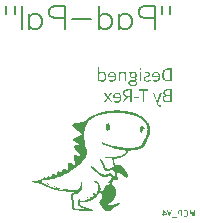
<source format=gbo>
G04 Layer: BottomSilkscreenLayer*
G04 EasyEDA v6.5.9, 2022-07-20 11:51:06*
G04 f1700a5533a94dbab9b25466b2df9886,20d39a695127413eb41274384cfbb926,10*
G04 Gerber Generator version 0.2*
G04 Scale: 100 percent, Rotated: No, Reflected: No *
G04 Dimensions in millimeters *
G04 leading zeros omitted , absolute positions ,4 integer and 5 decimal *
%FSLAX45Y45*%
%MOMM*%

%ADD10C,0.2032*%

%LPD*%
G36*
X1727962Y8060131D02*
G01*
X1714042Y8059877D01*
X1700174Y8059267D01*
X1679448Y8057743D01*
X1665782Y8056270D01*
X1652219Y8054492D01*
X1638807Y8052409D01*
X1625650Y8050022D01*
X1612696Y8047380D01*
X1600047Y8044383D01*
X1587703Y8041131D01*
X1575714Y8037626D01*
X1564081Y8033867D01*
X1552905Y8029803D01*
X1542135Y8025536D01*
X1531924Y8021015D01*
X1522171Y8016290D01*
X1513027Y8011312D01*
X1504442Y8006130D01*
X1496517Y8000746D01*
X1489252Y7995158D01*
X1482699Y7989417D01*
X1470761Y7977581D01*
X1467002Y7974177D01*
X1463395Y7971383D01*
X1459738Y7969046D01*
X1455775Y7967167D01*
X1451406Y7965541D01*
X1446276Y7964170D01*
X1440332Y7962900D01*
X1424787Y7960410D01*
X1405686Y7957667D01*
X1389583Y7954975D01*
X1376527Y7952079D01*
X1371092Y7950555D01*
X1366418Y7948879D01*
X1362405Y7947152D01*
X1359154Y7945323D01*
X1356664Y7943291D01*
X1354836Y7941157D01*
X1353718Y7938820D01*
X1353312Y7936331D01*
X1353616Y7933588D01*
X1354632Y7930692D01*
X1356309Y7927543D01*
X1358696Y7924139D01*
X1361744Y7920481D01*
X1365453Y7916519D01*
X1374902Y7907731D01*
X1386992Y7897622D01*
X1401927Y7885785D01*
X1415999Y7874152D01*
X1426616Y7864652D01*
X1430274Y7861046D01*
X1432560Y7858455D01*
X1433372Y7856981D01*
X1432661Y7855864D01*
X1430528Y7854238D01*
X1422857Y7849920D01*
X1411427Y7844637D01*
X1381861Y7832496D01*
X1375613Y7829550D01*
X1370431Y7826756D01*
X1366266Y7824012D01*
X1363116Y7821422D01*
X1361033Y7818780D01*
X1359916Y7816189D01*
X1359865Y7813548D01*
X1360779Y7810855D01*
X1362659Y7808010D01*
X1365554Y7805064D01*
X1369415Y7801965D01*
X1374241Y7798663D01*
X1380083Y7795056D01*
X1394561Y7786979D01*
X1405940Y7780172D01*
X1409598Y7777581D01*
X1412036Y7775397D01*
X1413154Y7773619D01*
X1413002Y7772146D01*
X1411579Y7770977D01*
X1408938Y7769961D01*
X1405077Y7769098D01*
X1387652Y7766710D01*
X1382369Y7765694D01*
X1377950Y7764373D01*
X1374394Y7762798D01*
X1371701Y7760919D01*
X1369872Y7758633D01*
X1368907Y7755940D01*
X1368856Y7752791D01*
X1369720Y7749184D01*
X1371447Y7745018D01*
X1374089Y7740243D01*
X1377594Y7734858D01*
X1382064Y7728813D01*
X1393647Y7714640D01*
X1408684Y7697419D01*
X1420164Y7683652D01*
X1423822Y7678724D01*
X1426108Y7675016D01*
X1426972Y7672374D01*
X1426514Y7670850D01*
X1424686Y7670241D01*
X1421485Y7670596D01*
X1416964Y7671765D01*
X1411122Y7673644D01*
X1397152Y7678674D01*
X1391107Y7680553D01*
X1385722Y7681925D01*
X1380947Y7682687D01*
X1376832Y7682941D01*
X1373327Y7682585D01*
X1370380Y7681620D01*
X1368044Y7680096D01*
X1366266Y7677912D01*
X1365046Y7675067D01*
X1364335Y7671562D01*
X1364132Y7667396D01*
X1364437Y7662570D01*
X1365250Y7657033D01*
X1366469Y7650734D01*
X1373479Y7621524D01*
X1374495Y7616088D01*
X1375054Y7611567D01*
X1375206Y7607960D01*
X1374851Y7605166D01*
X1373936Y7603185D01*
X1372514Y7601966D01*
X1370533Y7601458D01*
X1367942Y7601661D01*
X1364742Y7602474D01*
X1356309Y7605928D01*
X1339138Y7614361D01*
X1334109Y7616494D01*
X1329842Y7617815D01*
X1326337Y7618323D01*
X1323543Y7617866D01*
X1321409Y7616494D01*
X1319834Y7614107D01*
X1318869Y7610652D01*
X1318412Y7606080D01*
X1318361Y7600340D01*
X1320139Y7577734D01*
X1320342Y7571282D01*
X1320139Y7565948D01*
X1319530Y7561630D01*
X1318463Y7558328D01*
X1316888Y7556042D01*
X1314805Y7554772D01*
X1312265Y7554468D01*
X1309166Y7555077D01*
X1305509Y7556652D01*
X1301292Y7559141D01*
X1296517Y7562545D01*
X1287932Y7567371D01*
X1279804Y7569250D01*
X1273606Y7568133D01*
X1271016Y7563866D01*
X1270050Y7555230D01*
X1268323Y7545781D01*
X1266393Y7537805D01*
X1264716Y7533690D01*
X1262888Y7533589D01*
X1259230Y7534656D01*
X1254252Y7536637D01*
X1242466Y7542275D01*
X1237488Y7544003D01*
X1233474Y7544460D01*
X1230274Y7543647D01*
X1227683Y7541412D01*
X1225651Y7537703D01*
X1223924Y7532471D01*
X1220470Y7516571D01*
X1218133Y7512608D01*
X1213916Y7512862D01*
X1199896Y7519670D01*
X1194714Y7521702D01*
X1190548Y7522667D01*
X1187196Y7522514D01*
X1184452Y7521092D01*
X1182116Y7518450D01*
X1180033Y7514539D01*
X1174953Y7501381D01*
X1172159Y7498029D01*
X1168146Y7498740D01*
X1155242Y7506512D01*
X1151128Y7507884D01*
X1148181Y7507122D01*
X1145794Y7504226D01*
X1138783Y7492949D01*
X1134262Y7487716D01*
X1130452Y7487412D01*
X1121511Y7493558D01*
X1117650Y7493965D01*
X1113282Y7491730D01*
X1105408Y7485075D01*
X1099312Y7481671D01*
X1090777Y7478115D01*
X1080058Y7474407D01*
X1067511Y7470749D01*
X1053287Y7467092D01*
X1043935Y7464958D01*
X1085494Y7464958D01*
X1086510Y7465923D01*
X1090168Y7466787D01*
X1106525Y7468514D01*
X1125372Y7470140D01*
X1136802Y7471409D01*
X1148334Y7473137D01*
X1159916Y7475220D01*
X1171600Y7477658D01*
X1183335Y7480401D01*
X1195070Y7483551D01*
X1206855Y7487005D01*
X1218641Y7490815D01*
X1230376Y7494930D01*
X1242110Y7499350D01*
X1265326Y7509052D01*
X1276858Y7514336D01*
X1293926Y7522718D01*
X1316177Y7534808D01*
X1327099Y7541209D01*
X1337818Y7547813D01*
X1348333Y7554620D01*
X1358646Y7561630D01*
X1373632Y7572552D01*
X1383334Y7580020D01*
X1392732Y7587691D01*
X1406296Y7599476D01*
X1414932Y7607503D01*
X1423212Y7615631D01*
X1431188Y7623911D01*
X1438757Y7632344D01*
X1445971Y7640828D01*
X1452727Y7649413D01*
X1459077Y7658100D01*
X1465021Y7666888D01*
X1468932Y7673340D01*
X1472336Y7679893D01*
X1475232Y7686344D01*
X1477568Y7692745D01*
X1479346Y7698994D01*
X1480566Y7704988D01*
X1481226Y7710728D01*
X1481328Y7716113D01*
X1480820Y7721142D01*
X1479702Y7725714D01*
X1477975Y7729778D01*
X1474012Y7735620D01*
X1470710Y7742478D01*
X1467510Y7751876D01*
X1464411Y7763256D01*
X1461516Y7776108D01*
X1458976Y7790027D01*
X1456842Y7804454D01*
X1455216Y7818932D01*
X1454150Y7832953D01*
X1453794Y7846009D01*
X1454200Y7858810D01*
X1455064Y7871815D01*
X1456334Y7884159D01*
X1458010Y7895844D01*
X1460195Y7906918D01*
X1462836Y7917434D01*
X1465935Y7927340D01*
X1469593Y7936687D01*
X1473758Y7945526D01*
X1478483Y7953857D01*
X1483817Y7961680D01*
X1489710Y7969046D01*
X1496212Y7976006D01*
X1503375Y7982508D01*
X1511198Y7988604D01*
X1519682Y7994345D01*
X1528826Y7999679D01*
X1538732Y8004759D01*
X1549400Y8009432D01*
X1560779Y8013903D01*
X1572971Y8018068D01*
X1585976Y8021980D01*
X1599742Y8025638D01*
X1614424Y8029143D01*
X1628089Y8032038D01*
X1640382Y8034223D01*
X1652930Y8036052D01*
X1665732Y8037575D01*
X1678686Y8038744D01*
X1698396Y8039862D01*
X1725015Y8040217D01*
X1738375Y8039912D01*
X1751736Y8039303D01*
X1765046Y8038388D01*
X1778254Y8037220D01*
X1791360Y8035696D01*
X1804263Y8033918D01*
X1817014Y8031886D01*
X1829460Y8029549D01*
X1841703Y8026908D01*
X1853590Y8024063D01*
X1865172Y8020964D01*
X1876348Y8017560D01*
X1887067Y8013953D01*
X1897380Y8010093D01*
X1907184Y8005978D01*
X1916430Y8001660D01*
X1925116Y7997088D01*
X1933193Y7992313D01*
X1940661Y7987334D01*
X1947418Y7982102D01*
X1956816Y7973771D01*
X1965096Y7965186D01*
X1972157Y7956346D01*
X1975256Y7951825D01*
X1980590Y7942529D01*
X1982825Y7937804D01*
X1984756Y7932928D01*
X1986381Y7928000D01*
X1987753Y7922971D01*
X1988820Y7917840D01*
X1989582Y7912608D01*
X1990089Y7907223D01*
X1990293Y7901787D01*
X1989836Y7890509D01*
X1989175Y7884668D01*
X1986991Y7872577D01*
X1983638Y7859979D01*
X1979168Y7846771D01*
X1973529Y7832953D01*
X1970328Y7825790D01*
X1962962Y7810957D01*
X1954479Y7795209D01*
X1946808Y7781950D01*
X1943354Y7776565D01*
X1940001Y7771892D01*
X1936597Y7767929D01*
X1933092Y7764525D01*
X1929333Y7761630D01*
X1925167Y7759141D01*
X1920544Y7757007D01*
X1915363Y7755128D01*
X1909470Y7753502D01*
X1902714Y7751927D01*
X1886356Y7748879D01*
X1871878Y7746542D01*
X1862023Y7745425D01*
X1851456Y7744714D01*
X1840280Y7744358D01*
X1828495Y7744307D01*
X1816201Y7744663D01*
X1803501Y7745323D01*
X1790547Y7746288D01*
X1777288Y7747558D01*
X1750466Y7750962D01*
X1737004Y7753045D01*
X1723694Y7755381D01*
X1697583Y7760766D01*
X1672894Y7767015D01*
X1661261Y7770418D01*
X1650238Y7773974D01*
X1639874Y7777683D01*
X1630273Y7781594D01*
X1617472Y7787640D01*
X1610309Y7790738D01*
X1604822Y7791653D01*
X1601266Y7790484D01*
X1600047Y7787182D01*
X1600352Y7785811D01*
X1601317Y7784287D01*
X1602841Y7782610D01*
X1607616Y7778953D01*
X1614373Y7774889D01*
X1622907Y7770520D01*
X1633016Y7765948D01*
X1644396Y7761224D01*
X1656892Y7756448D01*
X1670151Y7751673D01*
X1684070Y7747050D01*
X1698345Y7742631D01*
X1726946Y7734706D01*
X1740865Y7731404D01*
X1754174Y7728610D01*
X1766620Y7726476D01*
X1798675Y7722108D01*
X1803958Y7721041D01*
X1807718Y7719822D01*
X1810004Y7718450D01*
X1810969Y7716774D01*
X1810715Y7714742D01*
X1809292Y7712202D01*
X1806854Y7709103D01*
X1799234Y7700822D01*
X1792630Y7694320D01*
X1785772Y7688681D01*
X1778355Y7683804D01*
X1770329Y7679690D01*
X1766011Y7677912D01*
X1756613Y7674864D01*
X1746148Y7672476D01*
X1734413Y7670647D01*
X1721205Y7669428D01*
X1706422Y7668768D01*
X1689760Y7668514D01*
X1636166Y7669580D01*
X1623161Y7669530D01*
X1613204Y7669225D01*
X1606194Y7668666D01*
X1602232Y7667904D01*
X1601419Y7667447D01*
X1601317Y7666939D01*
X1602028Y7666380D01*
X1605737Y7665212D01*
X1612595Y7663942D01*
X1622602Y7662570D01*
X1635810Y7661148D01*
X1666290Y7658353D01*
X1672082Y7657490D01*
X1677162Y7656474D01*
X1681581Y7655255D01*
X1685340Y7653680D01*
X1688490Y7651750D01*
X1691182Y7649413D01*
X1693418Y7646568D01*
X1695196Y7643215D01*
X1696669Y7639253D01*
X1697837Y7634630D01*
X1698802Y7629296D01*
X1700225Y7616190D01*
X1702765Y7579817D01*
X1668322Y7569860D01*
X1661566Y7568133D01*
X1655825Y7567117D01*
X1650898Y7566863D01*
X1646682Y7567574D01*
X1642872Y7569301D01*
X1639366Y7572248D01*
X1635912Y7576464D01*
X1632407Y7582103D01*
X1628546Y7589266D01*
X1611223Y7624876D01*
X1604314Y7637068D01*
X1601317Y7641590D01*
X1598625Y7645044D01*
X1596339Y7647381D01*
X1594408Y7648651D01*
X1592834Y7648752D01*
X1591716Y7647686D01*
X1591005Y7645400D01*
X1590802Y7641945D01*
X1591106Y7639913D01*
X1593545Y7632293D01*
X1598015Y7620660D01*
X1604162Y7605979D01*
X1611630Y7589012D01*
X1624482Y7561427D01*
X1627428Y7556804D01*
X1631289Y7553045D01*
X1635963Y7550200D01*
X1641297Y7548321D01*
X1647189Y7547406D01*
X1653489Y7547508D01*
X1660093Y7548676D01*
X1666849Y7550912D01*
X1672437Y7553045D01*
X1677670Y7554620D01*
X1682496Y7555585D01*
X1686915Y7555941D01*
X1690979Y7555687D01*
X1694738Y7554823D01*
X1698193Y7553299D01*
X1701292Y7551115D01*
X1704187Y7548219D01*
X1706778Y7544612D01*
X1709166Y7540294D01*
X1711350Y7535214D01*
X1713331Y7529372D01*
X1715160Y7522768D01*
X1716836Y7515352D01*
X1721561Y7488631D01*
X1704797Y7504531D01*
X1698091Y7511338D01*
X1692249Y7518146D01*
X1687830Y7524089D01*
X1683918Y7531353D01*
X1681175Y7533131D01*
X1677466Y7533843D01*
X1672691Y7533436D01*
X1666900Y7531912D01*
X1660143Y7529322D01*
X1652473Y7525664D01*
X1641195Y7519517D01*
X1638452Y7518450D01*
X1635607Y7517638D01*
X1632712Y7517130D01*
X1629664Y7516977D01*
X1626463Y7517079D01*
X1623161Y7517536D01*
X1619656Y7518349D01*
X1615998Y7519466D01*
X1612138Y7520940D01*
X1603857Y7525003D01*
X1599387Y7527544D01*
X1589684Y7533843D01*
X1578965Y7541717D01*
X1567027Y7551166D01*
X1553819Y7562342D01*
X1531366Y7582357D01*
X1522780Y7588859D01*
X1515059Y7592314D01*
X1509572Y7592314D01*
X1507439Y7588656D01*
X1508201Y7587081D01*
X1513789Y7580375D01*
X1523746Y7569860D01*
X1536954Y7556804D01*
X1551787Y7542936D01*
X1558950Y7536535D01*
X1572717Y7525156D01*
X1585569Y7515606D01*
X1597507Y7507884D01*
X1603095Y7504734D01*
X1608429Y7502042D01*
X1613560Y7499858D01*
X1618386Y7498130D01*
X1622958Y7496860D01*
X1627276Y7496098D01*
X1631340Y7495794D01*
X1635048Y7495997D01*
X1638554Y7496657D01*
X1641703Y7497825D01*
X1644599Y7499502D01*
X1656130Y7509256D01*
X1664309Y7513726D01*
X1671269Y7514793D01*
X1676552Y7512303D01*
X1679092Y7509306D01*
X1681988Y7505192D01*
X1687779Y7495641D01*
X1691436Y7488123D01*
X1691690Y7486548D01*
X1687728Y7488783D01*
X1685086Y7488631D01*
X1682648Y7487107D01*
X1680616Y7484465D01*
X1679092Y7480909D01*
X1678279Y7476744D01*
X1678330Y7472324D01*
X1679346Y7467803D01*
X1681480Y7461402D01*
X1681886Y7459065D01*
X1680108Y7460488D01*
X1671777Y7470597D01*
X1669897Y7472172D01*
X1669999Y7470140D01*
X1671624Y7464298D01*
X1672539Y7460081D01*
X1672539Y7456779D01*
X1671574Y7454646D01*
X1669796Y7453884D01*
X1667865Y7454341D01*
X1666290Y7455611D01*
X1665224Y7457440D01*
X1664817Y7459675D01*
X1664258Y7460894D01*
X1662785Y7459878D01*
X1660550Y7456931D01*
X1657908Y7452207D01*
X1653235Y7442962D01*
X1651406Y7437932D01*
X1652270Y7435799D01*
X1655622Y7435392D01*
X1657299Y7435799D01*
X1658518Y7436916D01*
X1659178Y7438593D01*
X1659077Y7442758D01*
X1659940Y7444892D01*
X1661566Y7446670D01*
X1663700Y7447940D01*
X1668627Y7447483D01*
X1669288Y7442657D01*
X1666341Y7436205D01*
X1660245Y7430770D01*
X1656638Y7429042D01*
X1653692Y7428026D01*
X1651711Y7427823D01*
X1650238Y7429093D01*
X1648256Y7428839D01*
X1645310Y7427823D01*
X1641703Y7426147D01*
X1638147Y7423556D01*
X1635353Y7420305D01*
X1633524Y7416698D01*
X1632966Y7413244D01*
X1633321Y7409129D01*
X1633778Y7407757D01*
X1634489Y7409180D01*
X1635658Y7413396D01*
X1637030Y7416546D01*
X1639265Y7419136D01*
X1642059Y7420864D01*
X1645056Y7421473D01*
X1648561Y7421168D01*
X1649526Y7419797D01*
X1648002Y7416901D01*
X1643786Y7411974D01*
X1639214Y7407859D01*
X1634388Y7405319D01*
X1629206Y7404353D01*
X1623415Y7404862D01*
X1619300Y7405573D01*
X1616811Y7405776D01*
X1616100Y7405522D01*
X1619453Y7403338D01*
X1620621Y7401458D01*
X1620926Y7399375D01*
X1619351Y7395464D01*
X1619453Y7394600D01*
X1620520Y7394600D01*
X1624533Y7396683D01*
X1626260Y7397191D01*
X1627378Y7397089D01*
X1627835Y7396378D01*
X1626311Y7394752D01*
X1622348Y7392009D01*
X1616608Y7388555D01*
X1602994Y7381240D01*
X1596593Y7378141D01*
X1591513Y7376007D01*
X1588414Y7375194D01*
X1587703Y7375804D01*
X1587703Y7377379D01*
X1588465Y7379766D01*
X1591665Y7386878D01*
X1592681Y7391704D01*
X1593037Y7397089D01*
X1592732Y7402830D01*
X1591818Y7408824D01*
X1590344Y7415022D01*
X1588363Y7421270D01*
X1585925Y7427468D01*
X1583080Y7433513D01*
X1579829Y7439253D01*
X1576273Y7444638D01*
X1572463Y7449566D01*
X1568399Y7453884D01*
X1564182Y7457490D01*
X1559864Y7460284D01*
X1555394Y7462164D01*
X1548333Y7463993D01*
X1543050Y7464602D01*
X1539595Y7464196D01*
X1538020Y7462824D01*
X1538376Y7460640D01*
X1540662Y7457694D01*
X1544929Y7454087D01*
X1555953Y7446873D01*
X1560068Y7443419D01*
X1563624Y7439659D01*
X1566621Y7435494D01*
X1569008Y7430973D01*
X1570888Y7426096D01*
X1572158Y7420813D01*
X1572920Y7415123D01*
X1573072Y7409078D01*
X1572717Y7402575D01*
X1571752Y7395616D01*
X1570278Y7388301D01*
X1569059Y7383424D01*
X1567586Y7378852D01*
X1565859Y7374432D01*
X1563725Y7370114D01*
X1561236Y7365746D01*
X1558239Y7361275D01*
X1554683Y7356652D01*
X1550517Y7351725D01*
X1540103Y7340650D01*
X1526489Y7327392D01*
X1523136Y7324547D01*
X1519123Y7321702D01*
X1514551Y7318959D01*
X1509471Y7316266D01*
X1498193Y7311186D01*
X1485849Y7306614D01*
X1472996Y7302652D01*
X1460246Y7299502D01*
X1448104Y7297166D01*
X1437284Y7295896D01*
X1428242Y7295743D01*
X1424584Y7296150D01*
X1421587Y7296861D01*
X1419352Y7297978D01*
X1417929Y7299401D01*
X1417370Y7301230D01*
X1417828Y7303414D01*
X1417726Y7308850D01*
X1413510Y7310374D01*
X1407769Y7308088D01*
X1403096Y7302296D01*
X1401013Y7296708D01*
X1399641Y7291171D01*
X1398930Y7285685D01*
X1398879Y7280300D01*
X1399438Y7274966D01*
X1400657Y7269835D01*
X1402435Y7264806D01*
X1404823Y7260031D01*
X1407718Y7255459D01*
X1411224Y7251192D01*
X1415237Y7247178D01*
X1419758Y7243470D01*
X1424787Y7240117D01*
X1430274Y7237171D01*
X1436217Y7234631D01*
X1446987Y7231176D01*
X1449476Y7230109D01*
X1449984Y7229246D01*
X1448308Y7228636D01*
X1444294Y7228179D01*
X1428445Y7227620D01*
X1407515Y7227366D01*
X1393291Y7227468D01*
X1387652Y7227773D01*
X1382877Y7228331D01*
X1378864Y7229246D01*
X1375613Y7230567D01*
X1372971Y7232396D01*
X1370939Y7234732D01*
X1369364Y7237780D01*
X1368145Y7241438D01*
X1367282Y7245908D01*
X1366621Y7251242D01*
X1364945Y7280351D01*
X1363624Y7295337D01*
X1361948Y7309205D01*
X1360119Y7320280D01*
X1357731Y7330897D01*
X1357376Y7336434D01*
X1358290Y7340955D01*
X1360627Y7344613D01*
X1364538Y7347610D01*
X1370076Y7349998D01*
X1377391Y7352030D01*
X1386687Y7353757D01*
X1391615Y7354925D01*
X1396695Y7356906D01*
X1401826Y7359497D01*
X1406956Y7362748D01*
X1411935Y7366457D01*
X1416710Y7370622D01*
X1421180Y7375093D01*
X1425244Y7379868D01*
X1428851Y7384846D01*
X1431899Y7389875D01*
X1434287Y7394905D01*
X1435912Y7399883D01*
X1436979Y7405217D01*
X1437640Y7411008D01*
X1437995Y7417104D01*
X1437640Y7429601D01*
X1437030Y7435545D01*
X1436166Y7441082D01*
X1435100Y7446060D01*
X1433779Y7450226D01*
X1432255Y7453426D01*
X1430578Y7455509D01*
X1428750Y7456220D01*
X1425854Y7455560D01*
X1423974Y7453579D01*
X1423060Y7450429D01*
X1423212Y7446060D01*
X1423822Y7439761D01*
X1423822Y7433716D01*
X1423314Y7427874D01*
X1422247Y7422286D01*
X1420723Y7416952D01*
X1418691Y7411923D01*
X1416151Y7407249D01*
X1413205Y7402931D01*
X1409801Y7398918D01*
X1405991Y7395362D01*
X1401775Y7392212D01*
X1397203Y7389520D01*
X1392275Y7387336D01*
X1386992Y7385608D01*
X1381404Y7384389D01*
X1375460Y7383729D01*
X1361033Y7383119D01*
X1345387Y7382967D01*
X1329537Y7383221D01*
X1314551Y7383780D01*
X1301343Y7384643D01*
X1290929Y7385761D01*
X1284325Y7387031D01*
X1282750Y7387742D01*
X1282496Y7388453D01*
X1284782Y7389926D01*
X1289050Y7390892D01*
X1294790Y7391349D01*
X1307642Y7390942D01*
X1312824Y7391349D01*
X1316329Y7392263D01*
X1317650Y7393635D01*
X1316228Y7395209D01*
X1312316Y7396784D01*
X1306525Y7398156D01*
X1299514Y7399121D01*
X1292606Y7399528D01*
X1287272Y7399426D01*
X1283970Y7398816D01*
X1283258Y7397750D01*
X1283462Y7396327D01*
X1282496Y7394752D01*
X1280566Y7393228D01*
X1277874Y7391908D01*
X1273251Y7390536D01*
X1267917Y7389622D01*
X1262227Y7389215D01*
X1256588Y7389215D01*
X1251356Y7389672D01*
X1246835Y7390536D01*
X1243380Y7391806D01*
X1241399Y7393431D01*
X1241501Y7395057D01*
X1243838Y7396124D01*
X1248054Y7396581D01*
X1261516Y7395972D01*
X1261414Y7396276D01*
X1254658Y7398105D01*
X1251915Y7399629D01*
X1250492Y7401458D01*
X1250797Y7406589D01*
X1246936Y7407503D01*
X1241196Y7406131D01*
X1234338Y7401610D01*
X1232306Y7401001D01*
X1229715Y7400645D01*
X1226616Y7400645D01*
X1218895Y7401559D01*
X1209395Y7403592D01*
X1198219Y7406690D01*
X1185672Y7410856D01*
X1171905Y7415987D01*
X1157173Y7421981D01*
X1141628Y7428839D01*
X1125524Y7436408D01*
X1105255Y7446619D01*
X1098448Y7450328D01*
X1093774Y7453172D01*
X1091184Y7455204D01*
X1090625Y7456424D01*
X1092047Y7456830D01*
X1095400Y7456525D01*
X1111605Y7453985D01*
X1090218Y7462164D01*
X1086815Y7463739D01*
X1085494Y7464958D01*
X1043935Y7464958D01*
X1024344Y7460996D01*
X1060500Y7460996D01*
X1061161Y7461758D01*
X1063599Y7462266D01*
X1067612Y7462418D01*
X1071676Y7462266D01*
X1074115Y7461758D01*
X1074775Y7460996D01*
X1073404Y7460081D01*
X1070711Y7459370D01*
X1067612Y7459116D01*
X1064564Y7459370D01*
X1061872Y7460081D01*
X1060500Y7460996D01*
X1024344Y7460996D01*
X1012444Y7458862D01*
X1010767Y7458252D01*
X1011072Y7457338D01*
X1013206Y7456220D01*
X1017168Y7454849D01*
X1022858Y7453223D01*
X1039063Y7449515D01*
X1054608Y7446365D01*
X1066546Y7443216D01*
X1080109Y7438948D01*
X1094587Y7433919D01*
X1109218Y7428280D01*
X1123442Y7422286D01*
X1148791Y7410856D01*
X1172464Y7401153D01*
X1183995Y7396886D01*
X1195324Y7393025D01*
X1206601Y7389520D01*
X1217828Y7386370D01*
X1229055Y7383576D01*
X1240383Y7381087D01*
X1251813Y7378903D01*
X1263497Y7377023D01*
X1287627Y7374077D01*
X1313230Y7372146D01*
X1347876Y7370267D01*
X1359865Y7369251D01*
X1366875Y7368235D01*
X1368653Y7367676D01*
X1369364Y7367066D01*
X1368958Y7366457D01*
X1367586Y7365796D01*
X1360271Y7363510D01*
X1356004Y7361681D01*
X1352346Y7359548D01*
X1349298Y7357008D01*
X1346860Y7354062D01*
X1344980Y7350658D01*
X1343660Y7346797D01*
X1342948Y7342428D01*
X1342694Y7337501D01*
X1342999Y7332014D01*
X1343812Y7325918D01*
X1346098Y7313828D01*
X1347876Y7300772D01*
X1349197Y7285939D01*
X1349959Y7271105D01*
X1350060Y7245299D01*
X1350467Y7237984D01*
X1351534Y7231888D01*
X1352397Y7229297D01*
X1353566Y7226960D01*
X1354988Y7224877D01*
X1356766Y7223048D01*
X1358950Y7221423D01*
X1361490Y7219950D01*
X1367993Y7217613D01*
X1372006Y7216648D01*
X1381709Y7215124D01*
X1393850Y7213955D01*
X1426768Y7212279D01*
X1492961Y7209942D01*
X1507642Y7209942D01*
X1517446Y7210501D01*
X1520799Y7210958D01*
X1523187Y7211669D01*
X1524812Y7212482D01*
X1525676Y7213498D01*
X1525981Y7214666D01*
X1525270Y7217562D01*
X1523136Y7220356D01*
X1519428Y7223201D01*
X1514094Y7226046D01*
X1507032Y7228992D01*
X1498092Y7232091D01*
X1487170Y7235342D01*
X1457147Y7243622D01*
X1449882Y7246010D01*
X1443431Y7248398D01*
X1437792Y7250785D01*
X1432864Y7253224D01*
X1428648Y7255713D01*
X1425092Y7258253D01*
X1422196Y7260945D01*
X1419860Y7263739D01*
X1418082Y7266736D01*
X1416812Y7269835D01*
X1415440Y7274407D01*
X1414830Y7277811D01*
X1415440Y7280300D01*
X1417726Y7281976D01*
X1422095Y7283094D01*
X1428953Y7283754D01*
X1458417Y7284821D01*
X1471269Y7286244D01*
X1477619Y7287361D01*
X1483868Y7288733D01*
X1490014Y7290358D01*
X1496110Y7292238D01*
X1502054Y7294372D01*
X1513586Y7299350D01*
X1524660Y7305294D01*
X1529943Y7308596D01*
X1540103Y7315911D01*
X1544878Y7319873D01*
X1553972Y7328458D01*
X1562252Y7337856D01*
X1573784Y7351877D01*
X1578356Y7357008D01*
X1582267Y7360818D01*
X1585569Y7363459D01*
X1588465Y7364984D01*
X1591005Y7365339D01*
X1593342Y7364628D01*
X1595577Y7362799D01*
X1597761Y7360056D01*
X1600098Y7356246D01*
X1602638Y7351572D01*
X1605381Y7345273D01*
X1607058Y7339228D01*
X1607667Y7333284D01*
X1607058Y7327341D01*
X1605381Y7321346D01*
X1602486Y7315200D01*
X1598371Y7308748D01*
X1588058Y7295388D01*
X1584553Y7289393D01*
X1582674Y7283856D01*
X1582369Y7278420D01*
X1583690Y7273036D01*
X1586687Y7267448D01*
X1591360Y7261453D01*
X1601216Y7251293D01*
X1608886Y7242962D01*
X1616659Y7233869D01*
X1623568Y7225080D01*
X1630070Y7216241D01*
X1633677Y7212228D01*
X1637334Y7209129D01*
X1641093Y7206945D01*
X1645056Y7205624D01*
X1649323Y7205268D01*
X1653895Y7205725D01*
X1658924Y7207148D01*
X1664462Y7209434D01*
X1670557Y7212685D01*
X1677365Y7216749D01*
X1699818Y7231837D01*
X1734566Y7254290D01*
X1744167Y7261148D01*
X1747774Y7264095D01*
X1750517Y7266686D01*
X1752498Y7268972D01*
X1753717Y7270902D01*
X1754174Y7272528D01*
X1753819Y7273747D01*
X1752701Y7274661D01*
X1750872Y7275220D01*
X1748282Y7275372D01*
X1744980Y7275220D01*
X1736191Y7273747D01*
X1724609Y7270750D01*
X1710283Y7266228D01*
X1695297Y7261098D01*
X1688795Y7259370D01*
X1682699Y7258151D01*
X1677009Y7257389D01*
X1671878Y7257034D01*
X1667306Y7257135D01*
X1663395Y7257592D01*
X1660194Y7258456D01*
X1657807Y7259624D01*
X1656283Y7261148D01*
X1655724Y7262926D01*
X1656080Y7265009D01*
X1657553Y7267295D01*
X1660143Y7269835D01*
X1663954Y7272528D01*
X1673910Y7278166D01*
X1678584Y7281164D01*
X1683054Y7284466D01*
X1687322Y7288022D01*
X1691335Y7291781D01*
X1695145Y7295794D01*
X1698752Y7300010D01*
X1705254Y7309002D01*
X1708150Y7313726D01*
X1713230Y7323531D01*
X1717293Y7333742D01*
X1718970Y7338974D01*
X1721459Y7349540D01*
X1722323Y7354874D01*
X1723186Y7365441D01*
X1723237Y7370673D01*
X1722424Y7380986D01*
X1721561Y7386015D01*
X1720392Y7390892D01*
X1718970Y7395667D01*
X1717192Y7400290D01*
X1715109Y7404760D01*
X1712722Y7409078D01*
X1710029Y7413142D01*
X1706981Y7417053D01*
X1698345Y7426248D01*
X1694180Y7431328D01*
X1691132Y7435900D01*
X1689100Y7439964D01*
X1688185Y7443520D01*
X1688388Y7446619D01*
X1689658Y7449159D01*
X1692046Y7451242D01*
X1693824Y7453325D01*
X1695704Y7457135D01*
X1697482Y7462164D01*
X1700733Y7475829D01*
X1703120Y7479284D01*
X1707438Y7478775D01*
X1715211Y7475016D01*
X1721916Y7472121D01*
X1727403Y7471054D01*
X1731721Y7471714D01*
X1734820Y7474203D01*
X1736750Y7478471D01*
X1737461Y7484516D01*
X1737004Y7492390D01*
X1734210Y7508392D01*
X1733651Y7514081D01*
X1733702Y7519009D01*
X1734312Y7523175D01*
X1735429Y7526629D01*
X1737055Y7529322D01*
X1739188Y7531303D01*
X1741779Y7532471D01*
X1744776Y7532928D01*
X1748231Y7532573D01*
X1752092Y7531455D01*
X1756308Y7529575D01*
X1760880Y7526883D01*
X1765807Y7523378D01*
X1771040Y7519111D01*
X1781200Y7509713D01*
X1789684Y7502601D01*
X1793595Y7499756D01*
X1800707Y7495489D01*
X1803958Y7494016D01*
X1806905Y7493000D01*
X1809648Y7492339D01*
X1812137Y7492085D01*
X1814372Y7492238D01*
X1816404Y7492746D01*
X1818182Y7493609D01*
X1819656Y7494778D01*
X1820925Y7496302D01*
X1821942Y7498130D01*
X1822704Y7500264D01*
X1823212Y7502702D01*
X1823415Y7508341D01*
X1822551Y7514945D01*
X1820672Y7522413D01*
X1817674Y7530693D01*
X1813610Y7539532D01*
X1808429Y7548930D01*
X1802079Y7558786D01*
X1794611Y7568895D01*
X1785975Y7579207D01*
X1781505Y7584033D01*
X1777288Y7588097D01*
X1773123Y7591501D01*
X1769008Y7594295D01*
X1764842Y7596378D01*
X1760474Y7597902D01*
X1755902Y7598867D01*
X1750974Y7599273D01*
X1745640Y7599121D01*
X1739747Y7598460D01*
X1726184Y7595717D01*
X1711147Y7592059D01*
X1711147Y7610652D01*
X1710791Y7618730D01*
X1709877Y7627061D01*
X1708556Y7634681D01*
X1704949Y7646924D01*
X1706676Y7650683D01*
X1713941Y7652867D01*
X1736140Y7655864D01*
X1743557Y7657185D01*
X1750618Y7658811D01*
X1757476Y7660690D01*
X1764080Y7662875D01*
X1770380Y7665364D01*
X1776475Y7668107D01*
X1782318Y7671155D01*
X1787906Y7674508D01*
X1793239Y7678166D01*
X1798421Y7682128D01*
X1803349Y7686395D01*
X1808073Y7691018D01*
X1812594Y7695895D01*
X1816912Y7701127D01*
X1824380Y7711186D01*
X1827530Y7714640D01*
X1830984Y7717332D01*
X1835099Y7719364D01*
X1840382Y7720888D01*
X1847189Y7722057D01*
X1880920Y7725409D01*
X1893366Y7727086D01*
X1904695Y7729169D01*
X1914956Y7731759D01*
X1919782Y7733233D01*
X1924354Y7734909D01*
X1932939Y7738821D01*
X1936953Y7741056D01*
X1940864Y7743545D01*
X1948180Y7749133D01*
X1951685Y7752283D01*
X1958339Y7759446D01*
X1964740Y7767726D01*
X1970938Y7777225D01*
X1977085Y7788046D01*
X1983232Y7800289D01*
X1989582Y7814106D01*
X1996186Y7829499D01*
X2001570Y7842859D01*
X2004974Y7852714D01*
X2007666Y7862468D01*
X2009698Y7872069D01*
X2011121Y7881467D01*
X2011832Y7890764D01*
X2011883Y7899857D01*
X2011324Y7908747D01*
X2010105Y7917484D01*
X2008225Y7926019D01*
X2005736Y7934401D01*
X2002637Y7942529D01*
X1998929Y7950453D01*
X1994611Y7958175D01*
X1989683Y7965643D01*
X1984197Y7972907D01*
X1978101Y7979918D01*
X1971395Y7986725D01*
X1964131Y7993227D01*
X1956307Y7999475D01*
X1947925Y8005521D01*
X1938985Y8011261D01*
X1929485Y8016697D01*
X1919427Y8021878D01*
X1908860Y8026755D01*
X1897786Y8031378D01*
X1886153Y8035645D01*
X1874012Y8039658D01*
X1861362Y8043316D01*
X1848205Y8046669D01*
X1834540Y8049666D01*
X1820367Y8052358D01*
X1805736Y8054695D01*
X1790649Y8056676D01*
X1776120Y8058200D01*
X1762506Y8059216D01*
X1748739Y8059877D01*
G37*
G36*
X1657908Y7953197D02*
G01*
X1653235Y7952638D01*
X1646021Y7949133D01*
X1643227Y7946694D01*
X1640890Y7942935D01*
X1639062Y7938058D01*
X1637690Y7932369D01*
X1636776Y7926171D01*
X1636369Y7919720D01*
X1636471Y7913319D01*
X1637080Y7907223D01*
X1638198Y7901736D01*
X1639824Y7897164D01*
X1642008Y7893761D01*
X1644700Y7891780D01*
X1649120Y7890560D01*
X1653286Y7890306D01*
X1657197Y7890967D01*
X1660804Y7892440D01*
X1664106Y7894675D01*
X1666951Y7897520D01*
X1669440Y7900924D01*
X1671421Y7904835D01*
X1672945Y7909153D01*
X1673961Y7913776D01*
X1674368Y7918653D01*
X1674215Y7923682D01*
X1673402Y7928762D01*
X1671980Y7933842D01*
X1669796Y7938820D01*
X1666900Y7943596D01*
X1661871Y7950352D01*
G37*
G36*
X1944268Y7926781D02*
G01*
X1939899Y7926120D01*
X1935886Y7924444D01*
X1932330Y7921802D01*
X1929384Y7918246D01*
X1927148Y7913878D01*
X1925777Y7908747D01*
X1925370Y7902956D01*
X1926031Y7896555D01*
X1927555Y7890103D01*
X1929434Y7884617D01*
X1931568Y7880096D01*
X1933854Y7876692D01*
X1936242Y7874304D01*
X1938578Y7873034D01*
X1940864Y7872882D01*
X1942896Y7873847D01*
X1944674Y7876031D01*
X1946046Y7879435D01*
X1946960Y7884058D01*
X1947621Y7896910D01*
X1949196Y7900466D01*
X1952701Y7901381D01*
X1963420Y7899501D01*
X1966874Y7899704D01*
X1969160Y7900873D01*
X1970278Y7902854D01*
X1970227Y7905597D01*
X1968957Y7909052D01*
X1966468Y7913065D01*
X1962759Y7917637D01*
X1958238Y7921853D01*
X1953564Y7924698D01*
X1948840Y7926324D01*
G37*
G36*
X1139952Y7444638D02*
G01*
X1138834Y7444130D01*
X1139291Y7442657D01*
X1141171Y7440472D01*
X1144320Y7437831D01*
X1148130Y7435189D01*
X1151991Y7433056D01*
X1155395Y7431582D01*
X1157935Y7431074D01*
X1159002Y7431582D01*
X1158544Y7433056D01*
X1156665Y7435189D01*
X1153566Y7437831D01*
X1149705Y7440472D01*
X1145844Y7442657D01*
X1142441Y7444130D01*
G37*
G36*
X1188008Y7426147D02*
G01*
X1186230Y7425740D01*
X1184757Y7424775D01*
X1183741Y7423302D01*
X1183386Y7421473D01*
X1183741Y7419695D01*
X1184757Y7418222D01*
X1186230Y7417206D01*
X1188008Y7416850D01*
X1189786Y7417206D01*
X1191260Y7418222D01*
X1192276Y7419695D01*
X1192631Y7421473D01*
X1192276Y7423302D01*
X1191260Y7424775D01*
X1189786Y7425740D01*
G37*
G36*
X1204620Y7416495D02*
G01*
X1201369Y7416444D01*
X1199134Y7415936D01*
X1198118Y7415123D01*
X1198524Y7414056D01*
X1200099Y7413193D01*
X1202283Y7412786D01*
X1204823Y7412990D01*
X1207414Y7413701D01*
X1209294Y7414717D01*
X1209395Y7415580D01*
X1207820Y7416190D01*
G37*
G36*
X1216914Y7411923D02*
G01*
X1216456Y7410856D01*
X1218082Y7407605D01*
X1219657Y7405827D01*
X1221740Y7404353D01*
X1224127Y7403388D01*
X1226464Y7403033D01*
X1228242Y7403388D01*
X1228547Y7404353D01*
X1227480Y7405776D01*
X1225042Y7407605D01*
X1219708Y7410856D01*
G37*
G36*
X1334211Y7398003D02*
G01*
X1331010Y7397902D01*
X1328775Y7397394D01*
X1327759Y7396632D01*
X1328166Y7395565D01*
X1329690Y7394651D01*
X1331925Y7394295D01*
X1334465Y7394448D01*
X1337005Y7395159D01*
X1338884Y7396225D01*
X1339037Y7397038D01*
X1337462Y7397648D01*
G37*
G36*
X1556766Y7387285D02*
G01*
X1555496Y7385710D01*
X1553768Y7382154D01*
X1550670Y7373772D01*
X1549654Y7368387D01*
X1550670Y7367016D01*
X1553768Y7370572D01*
X1555445Y7373823D01*
X1556816Y7377531D01*
X1557731Y7381240D01*
X1557985Y7384440D01*
X1557629Y7386878D01*
G37*
G36*
X1534718Y7365949D02*
G01*
X1532940Y7365441D01*
X1531823Y7364069D01*
X1531518Y7361986D01*
X1532077Y7359497D01*
X1532331Y7356246D01*
X1531162Y7352080D01*
X1528775Y7347610D01*
X1525473Y7343292D01*
X1521612Y7338872D01*
X1519631Y7335824D01*
X1519275Y7334148D01*
X1520393Y7333843D01*
X1522882Y7334808D01*
X1526438Y7337044D01*
X1531061Y7340549D01*
X1536446Y7345273D01*
X1544218Y7353096D01*
X1548536Y7358583D01*
X1548790Y7360818D01*
X1542694Y7358278D01*
X1541221Y7358430D01*
X1540205Y7359345D01*
X1539443Y7362952D01*
X1538376Y7364475D01*
X1536700Y7365542D01*
G37*
G36*
X1510995Y7331100D02*
G01*
X1506677Y7330541D01*
X1504391Y7328052D01*
X1505204Y7324140D01*
X1506778Y7322769D01*
X1509115Y7322058D01*
X1511960Y7322058D01*
X1514957Y7322820D01*
X1518158Y7324293D01*
X1519377Y7325766D01*
X1518716Y7327341D01*
X1516176Y7329220D01*
G37*
G36*
X1484833Y7328916D02*
G01*
X1482852Y7328560D01*
X1480718Y7327544D01*
X1478838Y7326071D01*
X1477365Y7324293D01*
X1476603Y7322464D01*
X1476705Y7320991D01*
X1477568Y7320025D01*
X1479143Y7319670D01*
X1481175Y7320025D01*
X1483258Y7320991D01*
X1485138Y7322464D01*
X1486611Y7324293D01*
X1487373Y7326071D01*
X1487271Y7327544D01*
X1486408Y7328560D01*
G37*
G36*
X1570228Y8427212D02*
G01*
X1570228Y8326120D01*
X1582674Y8326120D01*
X1582674Y8370570D01*
X1588058Y8374786D01*
X1593291Y8377631D01*
X1598472Y8379206D01*
X1603756Y8379714D01*
X1608836Y8379104D01*
X1613560Y8377326D01*
X1617776Y8374430D01*
X1621434Y8370570D01*
X1624431Y8365794D01*
X1626717Y8360206D01*
X1628139Y8353907D01*
X1628648Y8346948D01*
X1628241Y8339734D01*
X1627073Y8333282D01*
X1625142Y8327745D01*
X1622450Y8323072D01*
X1619097Y8319363D01*
X1615033Y8316671D01*
X1610360Y8314994D01*
X1605026Y8314436D01*
X1599133Y8315147D01*
X1593545Y8317331D01*
X1588109Y8320989D01*
X1582674Y8326120D01*
X1570228Y8326120D01*
X1570228Y8305800D01*
X1580642Y8305800D01*
X1581658Y8315706D01*
X1582166Y8315706D01*
X1587398Y8311032D01*
X1593443Y8307273D01*
X1600200Y8304682D01*
X1607566Y8303768D01*
X1612544Y8304072D01*
X1617218Y8305038D01*
X1621586Y8306612D01*
X1625549Y8308797D01*
X1629105Y8311591D01*
X1632305Y8314994D01*
X1635048Y8318906D01*
X1637334Y8323427D01*
X1639163Y8328507D01*
X1640484Y8334146D01*
X1641348Y8340293D01*
X1641602Y8346948D01*
X1641246Y8353348D01*
X1640230Y8359343D01*
X1638655Y8364829D01*
X1636471Y8369858D01*
X1633829Y8374430D01*
X1630730Y8378444D01*
X1627276Y8381898D01*
X1623415Y8384794D01*
X1619300Y8387080D01*
X1614982Y8388756D01*
X1610461Y8389772D01*
X1605788Y8390128D01*
X1598930Y8389467D01*
X1593037Y8387588D01*
X1587550Y8384540D01*
X1582166Y8380475D01*
X1582674Y8394700D01*
X1582674Y8427212D01*
G37*
G36*
X1930654Y8422894D02*
G01*
X1927301Y8422284D01*
X1924659Y8420608D01*
X1922881Y8417966D01*
X1922272Y8414512D01*
X1922881Y8410905D01*
X1924659Y8408212D01*
X1927301Y8406485D01*
X1930654Y8405876D01*
X1934311Y8406485D01*
X1937105Y8408212D01*
X1938883Y8410905D01*
X1939543Y8414512D01*
X1938883Y8417966D01*
X1937105Y8420608D01*
X1934311Y8422284D01*
G37*
G36*
X2166874Y8417306D02*
G01*
X2160625Y8417052D01*
X2154783Y8416340D01*
X2149348Y8415223D01*
X2144268Y8413597D01*
X2139594Y8411514D01*
X2135327Y8409025D01*
X2131466Y8406130D01*
X2127961Y8402777D01*
X2124913Y8399018D01*
X2122220Y8394852D01*
X2119985Y8390331D01*
X2118106Y8385352D01*
X2116683Y8380069D01*
X2115616Y8374380D01*
X2115007Y8368334D01*
X2114804Y8361934D01*
X2127758Y8361934D01*
X2128012Y8368842D01*
X2128824Y8375243D01*
X2130196Y8381085D01*
X2132126Y8386368D01*
X2134616Y8391042D01*
X2137613Y8395157D01*
X2141220Y8398713D01*
X2145385Y8401608D01*
X2150160Y8403894D01*
X2155494Y8405571D01*
X2161387Y8406536D01*
X2167890Y8406892D01*
X2181606Y8406892D01*
X2181606Y8316214D01*
X2167890Y8316214D01*
X2161387Y8316569D01*
X2155494Y8317636D01*
X2150160Y8319363D01*
X2145385Y8321751D01*
X2141220Y8324748D01*
X2137613Y8328406D01*
X2134616Y8332622D01*
X2132126Y8337448D01*
X2130196Y8342782D01*
X2128824Y8348675D01*
X2128012Y8355075D01*
X2127758Y8361934D01*
X2114804Y8361934D01*
X2115007Y8355533D01*
X2115616Y8349437D01*
X2116683Y8343747D01*
X2118106Y8338362D01*
X2119934Y8333384D01*
X2122220Y8328761D01*
X2124862Y8324545D01*
X2127910Y8320735D01*
X2131364Y8317331D01*
X2135225Y8314334D01*
X2139442Y8311743D01*
X2144064Y8309660D01*
X2149043Y8307984D01*
X2154428Y8306765D01*
X2160219Y8306053D01*
X2166366Y8305800D01*
X2194306Y8305800D01*
X2194306Y8417306D01*
G37*
G36*
X2060956Y8390128D02*
G01*
X2053640Y8389467D01*
X2047189Y8387435D01*
X2041652Y8384235D01*
X2036978Y8379815D01*
X2033320Y8374278D01*
X2030628Y8367725D01*
X2029002Y8360206D01*
X2028544Y8353298D01*
X2039366Y8353298D01*
X2039721Y8359495D01*
X2040788Y8364880D01*
X2042566Y8369503D01*
X2045004Y8373313D01*
X2048052Y8376310D01*
X2051710Y8378494D01*
X2055926Y8379764D01*
X2060702Y8380222D01*
X2065223Y8379764D01*
X2069490Y8378393D01*
X2073452Y8376208D01*
X2077008Y8373160D01*
X2080107Y8369300D01*
X2082546Y8364677D01*
X2084324Y8359343D01*
X2085339Y8353298D01*
X2028544Y8353298D01*
X2028494Y8349691D01*
X2028952Y8344153D01*
X2085339Y8344153D01*
X2084578Y8337600D01*
X2082952Y8331657D01*
X2080412Y8326475D01*
X2077161Y8322056D01*
X2073097Y8318500D01*
X2068423Y8315858D01*
X2063089Y8314232D01*
X2057146Y8313674D01*
X2051304Y8314131D01*
X2045970Y8315502D01*
X2040991Y8317636D01*
X2036318Y8320531D01*
X2031746Y8312150D01*
X2037334Y8308898D01*
X2043582Y8306257D01*
X2050643Y8304428D01*
X2058670Y8303768D01*
X2063953Y8304123D01*
X2069033Y8305088D01*
X2073859Y8306714D01*
X2078329Y8308898D01*
X2082495Y8311743D01*
X2086203Y8315147D01*
X2089454Y8319160D01*
X2092248Y8323681D01*
X2094484Y8328710D01*
X2096160Y8334298D01*
X2097176Y8340394D01*
X2097532Y8346948D01*
X2097176Y8353399D01*
X2096109Y8359394D01*
X2094484Y8364931D01*
X2092248Y8370011D01*
X2089505Y8374532D01*
X2086305Y8378545D01*
X2082698Y8382000D01*
X2078786Y8384844D01*
X2074621Y8387130D01*
X2070201Y8388756D01*
X2065629Y8389772D01*
G37*
G36*
X1984502Y8390128D02*
G01*
X1977288Y8389416D01*
X1970633Y8387486D01*
X1964689Y8384540D01*
X1959610Y8380984D01*
X1965706Y8373109D01*
X1969973Y8375954D01*
X1974443Y8378190D01*
X1979218Y8379663D01*
X1984502Y8380222D01*
X1991614Y8379256D01*
X1996592Y8376564D01*
X1999538Y8372602D01*
X2000504Y8367775D01*
X1999030Y8362492D01*
X1995119Y8358581D01*
X1989378Y8355584D01*
X1977948Y8351215D01*
X1973478Y8349284D01*
X1969211Y8347100D01*
X1965299Y8344560D01*
X1961946Y8341512D01*
X1959356Y8337803D01*
X1957679Y8333282D01*
X1957070Y8327898D01*
X1957578Y8323072D01*
X1959000Y8318550D01*
X1961388Y8314436D01*
X1964639Y8310880D01*
X1968855Y8307933D01*
X1973884Y8305698D01*
X1979777Y8304275D01*
X1986534Y8303768D01*
X1995170Y8304631D01*
X2003348Y8307019D01*
X2010765Y8310625D01*
X2017268Y8315198D01*
X2010918Y8323580D01*
X2005482Y8319566D01*
X1999691Y8316417D01*
X1993290Y8314385D01*
X1986025Y8313674D01*
X1978558Y8314740D01*
X1973224Y8317687D01*
X1970074Y8322056D01*
X1969007Y8327390D01*
X1970684Y8333079D01*
X1975154Y8337397D01*
X1981352Y8340699D01*
X1992731Y8345068D01*
X1997049Y8346998D01*
X2001164Y8349183D01*
X2004872Y8351723D01*
X2008073Y8354720D01*
X2010511Y8358276D01*
X2012137Y8362391D01*
X2012696Y8367268D01*
X2012238Y8371890D01*
X2010765Y8376208D01*
X2008479Y8380069D01*
X2005279Y8383473D01*
X2001215Y8386267D01*
X1996389Y8388350D01*
X1990801Y8389670D01*
G37*
G36*
X1868932Y8390128D02*
G01*
X1865630Y8389975D01*
X1862531Y8389518D01*
X1857502Y8388096D01*
X1829054Y8388096D01*
X1829054Y8378444D01*
X1846325Y8378444D01*
X1843481Y8375091D01*
X1841246Y8370874D01*
X1839772Y8365998D01*
X1839240Y8360918D01*
X1850389Y8360918D01*
X1851863Y8369300D01*
X1855825Y8375599D01*
X1861769Y8379612D01*
X1868932Y8380984D01*
X1876094Y8379612D01*
X1881886Y8375599D01*
X1885797Y8369300D01*
X1887220Y8360918D01*
X1885746Y8352434D01*
X1881784Y8345982D01*
X1875993Y8341817D01*
X1868932Y8340344D01*
X1861870Y8341817D01*
X1855927Y8345982D01*
X1851914Y8352434D01*
X1850389Y8360918D01*
X1839240Y8360918D01*
X1839823Y8354415D01*
X1841500Y8348776D01*
X1844192Y8343900D01*
X1847799Y8339734D01*
X1852168Y8336432D01*
X1857197Y8333994D01*
X1862836Y8332470D01*
X1868932Y8331962D01*
X1872081Y8332165D01*
X1875383Y8332724D01*
X1878634Y8333689D01*
X1881632Y8335009D01*
X1883765Y8332876D01*
X1885442Y8330539D01*
X1886559Y8327847D01*
X1886966Y8324596D01*
X1886254Y8320887D01*
X1883918Y8317890D01*
X1879447Y8315909D01*
X1872488Y8315198D01*
X1855978Y8315198D01*
X1849272Y8314944D01*
X1843481Y8314080D01*
X1838604Y8312607D01*
X1834591Y8310575D01*
X1831492Y8307831D01*
X1829307Y8304479D01*
X1827987Y8300415D01*
X1827530Y8295640D01*
X1827779Y8293862D01*
X1839722Y8293862D01*
X1840839Y8298992D01*
X1844192Y8302345D01*
X1849577Y8304225D01*
X1856993Y8304784D01*
X1874266Y8304885D01*
X1882648Y8306053D01*
X1886610Y8302650D01*
X1889353Y8298992D01*
X1891030Y8295182D01*
X1891538Y8291322D01*
X1889861Y8285124D01*
X1885035Y8280400D01*
X1877263Y8277402D01*
X1866900Y8276336D01*
X1861007Y8276742D01*
X1855673Y8277809D01*
X1851050Y8279536D01*
X1847138Y8281771D01*
X1843989Y8284413D01*
X1841652Y8287359D01*
X1840230Y8290559D01*
X1839722Y8293862D01*
X1827779Y8293862D01*
X1828292Y8290204D01*
X1830425Y8285022D01*
X1833930Y8280247D01*
X1838655Y8276031D01*
X1844598Y8272475D01*
X1851660Y8269782D01*
X1859686Y8268055D01*
X1868678Y8267446D01*
X1875891Y8267801D01*
X1882444Y8268919D01*
X1888185Y8270748D01*
X1893112Y8273288D01*
X1897075Y8276488D01*
X1900021Y8280298D01*
X1901850Y8284768D01*
X1902460Y8289798D01*
X1901647Y8295081D01*
X1899208Y8300059D01*
X1895398Y8304631D01*
X1890268Y8308594D01*
X1890268Y8309356D01*
X1893265Y8311591D01*
X1895703Y8314537D01*
X1897329Y8318296D01*
X1897888Y8322818D01*
X1897024Y8327644D01*
X1894839Y8331860D01*
X1891893Y8335365D01*
X1888743Y8338058D01*
X1888743Y8338820D01*
X1892655Y8342579D01*
X1896059Y8347659D01*
X1898497Y8353856D01*
X1899412Y8360918D01*
X1898802Y8367268D01*
X1896973Y8372957D01*
X1894128Y8377986D01*
X1890369Y8382203D01*
X1885848Y8385556D01*
X1880666Y8388045D01*
X1874977Y8389620D01*
G37*
G36*
X1771650Y8390128D02*
G01*
X1765604Y8389620D01*
X1760423Y8388096D01*
X1756105Y8385556D01*
X1752600Y8382050D01*
X1749907Y8377529D01*
X1748028Y8372043D01*
X1746859Y8365540D01*
X1746504Y8358124D01*
X1746504Y8305800D01*
X1758950Y8305800D01*
X1758950Y8356600D01*
X1759864Y8366810D01*
X1762810Y8373922D01*
X1767839Y8378088D01*
X1775206Y8379459D01*
X1781454Y8378596D01*
X1787093Y8376056D01*
X1792732Y8371840D01*
X1798828Y8365998D01*
X1798828Y8305800D01*
X1811020Y8305800D01*
X1811020Y8388096D01*
X1801114Y8388096D01*
X1799843Y8376158D01*
X1799336Y8376158D01*
X1793239Y8381542D01*
X1786737Y8386013D01*
X1779574Y8389010D01*
G37*
G36*
X1688592Y8390128D02*
G01*
X1681276Y8389467D01*
X1674825Y8387435D01*
X1669288Y8384235D01*
X1664614Y8379815D01*
X1660956Y8374278D01*
X1658264Y8367725D01*
X1656638Y8360206D01*
X1656180Y8353298D01*
X1667002Y8353298D01*
X1667357Y8359495D01*
X1668475Y8364880D01*
X1670253Y8369503D01*
X1672742Y8373313D01*
X1675790Y8376310D01*
X1679448Y8378494D01*
X1683613Y8379764D01*
X1688338Y8380222D01*
X1692859Y8379764D01*
X1697126Y8378393D01*
X1701088Y8376208D01*
X1704695Y8373160D01*
X1707794Y8369300D01*
X1710283Y8364677D01*
X1712163Y8359343D01*
X1713230Y8353298D01*
X1656180Y8353298D01*
X1656130Y8349691D01*
X1656486Y8345830D01*
X1656842Y8344153D01*
X1712975Y8344153D01*
X1712214Y8337600D01*
X1710588Y8331657D01*
X1708048Y8326475D01*
X1704797Y8322056D01*
X1700733Y8318500D01*
X1696059Y8315858D01*
X1690725Y8314232D01*
X1684782Y8313674D01*
X1678939Y8314131D01*
X1673606Y8315502D01*
X1668627Y8317636D01*
X1663954Y8320531D01*
X1659382Y8312150D01*
X1664970Y8308898D01*
X1671218Y8306257D01*
X1678279Y8304428D01*
X1686306Y8303768D01*
X1691589Y8304123D01*
X1696720Y8305088D01*
X1701546Y8306714D01*
X1706067Y8308898D01*
X1710182Y8311743D01*
X1713941Y8315147D01*
X1717243Y8319160D01*
X1720088Y8323681D01*
X1722323Y8328710D01*
X1723999Y8334298D01*
X1725066Y8340394D01*
X1725422Y8346948D01*
X1725066Y8353399D01*
X1723999Y8359394D01*
X1722323Y8364931D01*
X1720037Y8370011D01*
X1717293Y8374532D01*
X1714042Y8378545D01*
X1710436Y8382000D01*
X1706473Y8384844D01*
X1702257Y8387130D01*
X1697837Y8388756D01*
X1693265Y8389772D01*
G37*
G36*
X1924557Y8388096D02*
G01*
X1924557Y8305800D01*
X1937004Y8305800D01*
X1937004Y8388096D01*
G37*
G36*
X2162048Y8239506D02*
G01*
X2153869Y8239150D01*
X2146452Y8237981D01*
X2139950Y8236000D01*
X2134412Y8233156D01*
X2129993Y8229396D01*
X2126691Y8224723D01*
X2124659Y8219033D01*
X2123948Y8212328D01*
X2124150Y8210803D01*
X2136394Y8210803D01*
X2136800Y8215528D01*
X2138121Y8219541D01*
X2140254Y8222792D01*
X2143252Y8225332D01*
X2147112Y8227263D01*
X2151837Y8228584D01*
X2157374Y8229346D01*
X2163826Y8229600D01*
X2181606Y8229600D01*
X2181606Y8191753D01*
X2164588Y8191753D01*
X2157628Y8192109D01*
X2151735Y8193074D01*
X2146858Y8194700D01*
X2142947Y8196884D01*
X2140000Y8199628D01*
X2137968Y8202879D01*
X2136800Y8206638D01*
X2136394Y8210803D01*
X2124150Y8210803D01*
X2125014Y8204301D01*
X2128215Y8197291D01*
X2133396Y8191703D01*
X2140458Y8187944D01*
X2140458Y8187436D01*
X2135530Y8186166D01*
X2131060Y8184286D01*
X2127097Y8181797D01*
X2123744Y8178749D01*
X2121052Y8175040D01*
X2119020Y8170773D01*
X2117750Y8165947D01*
X2117381Y8161020D01*
X2129536Y8161020D01*
X2130094Y8166049D01*
X2131669Y8170367D01*
X2134311Y8173974D01*
X2137918Y8176869D01*
X2142490Y8179053D01*
X2147976Y8180628D01*
X2154326Y8181543D01*
X2161540Y8181848D01*
X2181606Y8181848D01*
X2181606Y8138159D01*
X2161540Y8138159D01*
X2154478Y8138515D01*
X2148179Y8139531D01*
X2142693Y8141258D01*
X2138121Y8143697D01*
X2134463Y8146846D01*
X2131771Y8150809D01*
X2130094Y8155533D01*
X2129536Y8161020D01*
X2117381Y8161020D01*
X2117699Y8155330D01*
X2118715Y8150606D01*
X2120442Y8146338D01*
X2122728Y8142478D01*
X2125624Y8139074D01*
X2129078Y8136178D01*
X2133041Y8133689D01*
X2137511Y8131606D01*
X2142439Y8130031D01*
X2147722Y8128914D01*
X2153462Y8128203D01*
X2159508Y8128000D01*
X2194306Y8128000D01*
X2194306Y8239506D01*
G37*
G36*
X1914906Y8239506D02*
G01*
X1914906Y8228838D01*
X1948942Y8228838D01*
X1948942Y8128000D01*
X1961896Y8128000D01*
X1961896Y8228838D01*
X1995932Y8228838D01*
X1995932Y8239506D01*
G37*
G36*
X1820672Y8239506D02*
G01*
X1812543Y8239099D01*
X1805127Y8237880D01*
X1798523Y8235746D01*
X1792884Y8232597D01*
X1788312Y8228380D01*
X1784908Y8222996D01*
X1782775Y8216392D01*
X1782064Y8208518D01*
X1794764Y8208518D01*
X1795221Y8213801D01*
X1796592Y8218220D01*
X1798828Y8221827D01*
X1801977Y8224621D01*
X1805939Y8226755D01*
X1810715Y8228228D01*
X1816303Y8229092D01*
X1822704Y8229346D01*
X1842262Y8229346D01*
X1842262Y8186420D01*
X1822704Y8186420D01*
X1816303Y8186775D01*
X1810715Y8187791D01*
X1805939Y8189518D01*
X1801977Y8191957D01*
X1798828Y8195056D01*
X1796592Y8198866D01*
X1795221Y8203336D01*
X1794764Y8208518D01*
X1782064Y8208518D01*
X1782521Y8202269D01*
X1783943Y8196732D01*
X1786178Y8191855D01*
X1789226Y8187639D01*
X1792986Y8184083D01*
X1797405Y8181187D01*
X1802434Y8178901D01*
X1807972Y8177275D01*
X1779270Y8128000D01*
X1793493Y8128000D01*
X1821434Y8176259D01*
X1842262Y8176259D01*
X1842262Y8128000D01*
X1854962Y8128000D01*
X1854962Y8239506D01*
G37*
G36*
X1731772Y8212328D02*
G01*
X1724456Y8211667D01*
X1718005Y8209635D01*
X1712468Y8206435D01*
X1707794Y8202015D01*
X1704136Y8196478D01*
X1701444Y8189925D01*
X1699818Y8182406D01*
X1699360Y8175498D01*
X1710182Y8175498D01*
X1710537Y8181695D01*
X1711604Y8187080D01*
X1713382Y8191703D01*
X1715820Y8195513D01*
X1718868Y8198510D01*
X1722526Y8200694D01*
X1726742Y8201964D01*
X1731518Y8202422D01*
X1736039Y8201964D01*
X1740306Y8200593D01*
X1744268Y8198408D01*
X1747824Y8195360D01*
X1750923Y8191500D01*
X1753362Y8186877D01*
X1755139Y8181543D01*
X1756156Y8175498D01*
X1699360Y8175498D01*
X1699310Y8171891D01*
X1699768Y8166353D01*
X1756156Y8166353D01*
X1755393Y8159800D01*
X1753768Y8153857D01*
X1751228Y8148675D01*
X1747977Y8144256D01*
X1743913Y8140700D01*
X1739239Y8138058D01*
X1733905Y8136432D01*
X1727962Y8135874D01*
X1722120Y8136331D01*
X1716786Y8137702D01*
X1711807Y8139836D01*
X1707134Y8142731D01*
X1702562Y8134350D01*
X1708150Y8131098D01*
X1714398Y8128457D01*
X1721459Y8126628D01*
X1729486Y8125968D01*
X1734769Y8126323D01*
X1739849Y8127288D01*
X1744675Y8128914D01*
X1749145Y8131098D01*
X1753311Y8133943D01*
X1757019Y8137347D01*
X1760270Y8141360D01*
X1763064Y8145881D01*
X1765300Y8150910D01*
X1766976Y8156498D01*
X1767992Y8162594D01*
X1768348Y8169148D01*
X1767992Y8175599D01*
X1766925Y8181594D01*
X1765300Y8187131D01*
X1763064Y8192211D01*
X1760321Y8196732D01*
X1757121Y8200745D01*
X1753514Y8204200D01*
X1749602Y8207044D01*
X1745437Y8209330D01*
X1741017Y8210956D01*
X1736445Y8211972D01*
G37*
G36*
X2036572Y8210296D02*
G01*
X2068068Y8120380D01*
X2070303Y8114639D01*
X2072843Y8109305D01*
X2075789Y8104479D01*
X2079142Y8100263D01*
X2083003Y8096758D01*
X2087372Y8094167D01*
X2092401Y8092490D01*
X2098040Y8091931D01*
X2103221Y8092440D01*
X2107438Y8093709D01*
X2104898Y8103870D01*
X2102002Y8102955D01*
X2098548Y8102600D01*
X2092096Y8104022D01*
X2086813Y8107883D01*
X2082546Y8113725D01*
X2079243Y8121142D01*
X2077466Y8127492D01*
X2110740Y8210296D01*
X2097786Y8210296D01*
X2078278Y8157616D01*
X2072132Y8139938D01*
X2071370Y8139938D01*
X2064257Y8163306D01*
X2048764Y8210296D01*
G37*
G36*
X1624330Y8210296D02*
G01*
X1649222Y8169656D01*
X1622044Y8128000D01*
X1635760Y8128000D01*
X1648460Y8148066D01*
X1657350Y8162798D01*
X1658112Y8162798D01*
X1678432Y8128000D01*
X1691639Y8128000D01*
X1664462Y8170925D01*
X1689607Y8210296D01*
X1676146Y8210296D01*
X1664462Y8191500D01*
X1660448Y8184642D01*
X1656080Y8177784D01*
X1655572Y8177784D01*
X1647952Y8191500D01*
X1637030Y8210296D01*
G37*
G36*
X1877060Y8175498D02*
G01*
X1877060Y8165592D01*
X1915668Y8165592D01*
X1915668Y8175498D01*
G37*
G36*
X2310130Y7219696D02*
G01*
X2305304Y7219137D01*
X2301189Y7217613D01*
X2297684Y7215428D01*
X2294890Y7212838D01*
X2298446Y7208774D01*
X2300732Y7210907D01*
X2303373Y7212584D01*
X2306472Y7213701D01*
X2309876Y7214108D01*
X2317343Y7212482D01*
X2323134Y7207859D01*
X2326843Y7200493D01*
X2328164Y7190740D01*
X2326894Y7181088D01*
X2323338Y7173722D01*
X2317648Y7169048D01*
X2310130Y7167372D01*
X2306370Y7167778D01*
X2302967Y7168997D01*
X2299868Y7171029D01*
X2296922Y7173722D01*
X2293620Y7169912D01*
X2297074Y7166406D01*
X2300986Y7163866D01*
X2305456Y7162292D01*
X2310638Y7161784D01*
X2315616Y7162292D01*
X2320137Y7163765D01*
X2324201Y7166203D01*
X2327706Y7169505D01*
X2330551Y7173671D01*
X2332736Y7178598D01*
X2334056Y7184339D01*
X2334514Y7190740D01*
X2334056Y7197090D01*
X2332685Y7202779D01*
X2330500Y7207707D01*
X2327554Y7211872D01*
X2323998Y7215225D01*
X2319832Y7217664D01*
X2315210Y7219188D01*
G37*
G36*
X2346706Y7218680D02*
G01*
X2346706Y7162800D01*
X2352802Y7162800D01*
X2352700Y7198817D01*
X2352040Y7211314D01*
X2352294Y7211314D01*
X2356612Y7198614D01*
X2367534Y7168388D01*
X2371852Y7168388D01*
X2387346Y7211314D01*
X2387600Y7211314D01*
X2386838Y7195058D01*
X2386838Y7162800D01*
X2392426Y7162800D01*
X2392426Y7218680D01*
X2384806Y7218680D01*
X2372766Y7185152D01*
X2369820Y7176262D01*
X2369312Y7176262D01*
X2365502Y7188200D01*
X2354580Y7218680D01*
G37*
G36*
X2266696Y7218680D02*
G01*
X2259025Y7217918D01*
X2252980Y7215428D01*
X2249068Y7211161D01*
X2247646Y7204964D01*
X2247752Y7204202D01*
X2253996Y7204202D01*
X2254859Y7208570D01*
X2257450Y7211466D01*
X2261717Y7213092D01*
X2267712Y7213600D01*
X2276602Y7213600D01*
X2276602Y7194550D01*
X2268220Y7194550D01*
X2261717Y7195261D01*
X2257298Y7197191D01*
X2254808Y7200239D01*
X2253996Y7204202D01*
X2247752Y7204202D01*
X2248204Y7200950D01*
X2249830Y7197445D01*
X2252472Y7194651D01*
X2256028Y7192772D01*
X2256028Y7192518D01*
X2251303Y7190943D01*
X2247595Y7188149D01*
X2245207Y7184186D01*
X2244386Y7179309D01*
X2250694Y7179309D01*
X2251760Y7183932D01*
X2254859Y7187184D01*
X2259787Y7189114D01*
X2266442Y7189724D01*
X2276602Y7189724D01*
X2276602Y7167880D01*
X2266442Y7167880D01*
X2259787Y7168540D01*
X2254859Y7170623D01*
X2251760Y7174179D01*
X2250694Y7179309D01*
X2244386Y7179309D01*
X2245868Y7171893D01*
X2250236Y7166813D01*
X2256993Y7163816D01*
X2265680Y7162800D01*
X2282952Y7162800D01*
X2282952Y7218680D01*
G37*
G36*
X2155444Y7218680D02*
G01*
X2173224Y7162800D01*
X2180590Y7162800D01*
X2198370Y7218680D01*
X2191766Y7218680D01*
X2180945Y7182967D01*
X2177034Y7169403D01*
X2176526Y7169403D01*
X2171192Y7187692D01*
X2161794Y7218680D01*
G37*
G36*
X2123694Y7218680D02*
G01*
X2123694Y7211314D01*
X2129282Y7211314D01*
X2133854Y7203186D01*
X2147316Y7183374D01*
X2129536Y7183374D01*
X2129485Y7203744D01*
X2129028Y7211314D01*
X2123694Y7211314D01*
X2123694Y7183374D01*
X2116074Y7183374D01*
X2116074Y7178294D01*
X2123694Y7178294D01*
X2123694Y7162800D01*
X2129536Y7162800D01*
X2129536Y7178294D01*
X2153920Y7178294D01*
X2153920Y7182358D01*
X2130298Y7218680D01*
G37*
G36*
X2199640Y7156703D02*
G01*
X2199640Y7152386D01*
X2240026Y7152386D01*
X2240026Y7156703D01*
G37*
D10*
X2184400Y8942646D02*
G01*
X2184400Y8877993D01*
X2110508Y8942646D02*
G01*
X2110508Y8877993D01*
X2049548Y8942646D02*
G01*
X2049548Y8748684D01*
X2049548Y8942646D02*
G01*
X1966422Y8942646D01*
X1938713Y8933411D01*
X1929475Y8924175D01*
X1920239Y8905702D01*
X1920239Y8877993D01*
X1929475Y8859520D01*
X1938713Y8850284D01*
X1966422Y8841046D01*
X2049548Y8841046D01*
X1748444Y8877993D02*
G01*
X1748444Y8748684D01*
X1748444Y8850284D02*
G01*
X1766915Y8868755D01*
X1785388Y8877993D01*
X1813097Y8877993D01*
X1831571Y8868755D01*
X1850044Y8850284D01*
X1859279Y8822575D01*
X1859279Y8804102D01*
X1850044Y8776393D01*
X1831571Y8757920D01*
X1813097Y8748684D01*
X1785388Y8748684D01*
X1766915Y8757920D01*
X1748444Y8776393D01*
X1576646Y8942646D02*
G01*
X1576646Y8748684D01*
X1576646Y8850284D02*
G01*
X1595120Y8868755D01*
X1613593Y8877993D01*
X1641302Y8877993D01*
X1659775Y8868755D01*
X1678246Y8850284D01*
X1687484Y8822575D01*
X1687484Y8804102D01*
X1678246Y8776393D01*
X1659775Y8757920D01*
X1641302Y8748684D01*
X1613593Y8748684D01*
X1595120Y8757920D01*
X1576646Y8776393D01*
X1515686Y8831811D02*
G01*
X1349433Y8831811D01*
X1288473Y8942646D02*
G01*
X1288473Y8748684D01*
X1288473Y8942646D02*
G01*
X1205344Y8942646D01*
X1177635Y8933411D01*
X1168400Y8924175D01*
X1159164Y8905702D01*
X1159164Y8877993D01*
X1168400Y8859520D01*
X1177635Y8850284D01*
X1205344Y8841046D01*
X1288473Y8841046D01*
X987366Y8877993D02*
G01*
X987366Y8748684D01*
X987366Y8850284D02*
G01*
X1005839Y8868755D01*
X1024313Y8877993D01*
X1052022Y8877993D01*
X1070495Y8868755D01*
X1088966Y8850284D01*
X1098204Y8822575D01*
X1098204Y8804102D01*
X1088966Y8776393D01*
X1070495Y8757920D01*
X1052022Y8748684D01*
X1024313Y8748684D01*
X1005839Y8757920D01*
X987366Y8776393D01*
X926406Y8942646D02*
G01*
X926406Y8748684D01*
X865446Y8942646D02*
G01*
X865446Y8877993D01*
X791555Y8942646D02*
G01*
X791555Y8877993D01*
M02*

</source>
